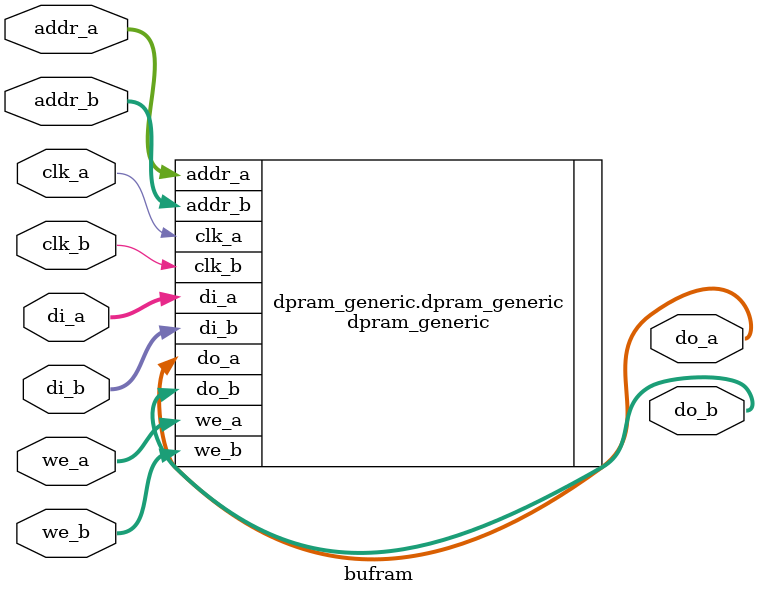
<source format=v>
/*
 * Copyright (c) 2011, Stefan Kristiansson <stefan.kristiansson@saunalahti.fi>
 * All rights reserved.
 *
 * Redistribution and use in source and non-source forms, with or without
 * modification, are permitted provided that the following conditions are met:
 *     * Redistributions of source code must retain the above copyright
 *       notice, this list of conditions and the following disclaimer.
 *     * Redistributions in non-source form must reproduce the above copyright
 *       notice, this list of conditions and the following disclaimer in the
 *       documentation and/or other materials provided with the distribution.
 *
 * THIS WORK IS PROVIDED BY THE COPYRIGHT HOLDERS AND CONTRIBUTORS "AS IS"
 * AND ANY EXPRESS OR IMPLIED WARRANTIES, INCLUDING, BUT NOT LIMITED TO,
 * THE IMPLIED WARRANTIES OF MERCHANTABILITY AND FITNESS FOR A PARTICULAR
 * PURPOSE ARE DISCLAIMED. IN NO EVENT SHALL THE COPYRIGHT HOLDER OR
 * CONTRIBUTORS BE LIABLE FOR ANY DIRECT, INDIRECT, INCIDENTAL, SPECIAL,
 * EXEMPLARY, OR CONSEQUENTIAL DAMAGES (INCLUDING, BUT NOT LIMITED TO,
 * PROCUREMENT OF SUBSTITUTE GOODS OR SERVICES;
 * LOSS OF USE, DATA, OR PROFITS; OR BUSINESS INTERRUPTION) HOWEVER CAUSED AND
 * ON ANY THEORY OF LIABILITY, WHETHER IN CONTRACT, STRICT LIABILITY, OR TORT
 * (INCLUDING NEGLIGENCE OR OTHERWISE) ARISING IN ANY WAY OUT OF THE USE OF THIS
 * WORK, EVEN IF ADVISED OF THE POSSIBILITY OF SUCH DAMAGE.
 */

module bufram #(
	parameter TECHNOLOGY = "GENERIC",
	parameter ADDR_WIDTH = 3
)
(
	input			clk_a,
	input  [ADDR_WIDTH-1:0]	addr_a,
	input  [3:0]		we_a,
	input  [31:0]		di_a,
	output [31:0]		do_a,

	input			clk_b,
	input  [ADDR_WIDTH-1:0]	addr_b,
	input  [3:0]		we_b,
	input  [31:0]		di_b,
	output [31:0]		do_b
);
generate
if (TECHNOLOGY == "GENERIC") begin : dpram_generic
dpram_generic #(
	.ADDR_WIDTH(ADDR_WIDTH)
) dpram_generic (
	.clk_a		(clk_a),
	.addr_a		(addr_a),
	.we_a		(we_a),
	.di_a		(di_a),
	.do_a		(do_a),

	.clk_b		(clk_b),
	.addr_b		(addr_b),
	.we_b		(we_b),
	.di_b		(di_b),
	.do_b		(do_b)
);
end else if (TECHNOLOGY == "ALTERA") begin : dpram_altera
dpram_altera #(
	.ADDR_WIDTH(ADDR_WIDTH)
) dpram_altera (
	.clk_a		(clk_a),
	.addr_a		(addr_a),
	.we_a		(we_a),
	.di_a		(di_a),
	.do_a		(do_a),

	.clk_b		(clk_b),
	.addr_b		(addr_b),
	.we_b		(we_b),
	.di_b		(di_b),
	.do_b		(do_b)
);
end
endgenerate
endmodule

</source>
